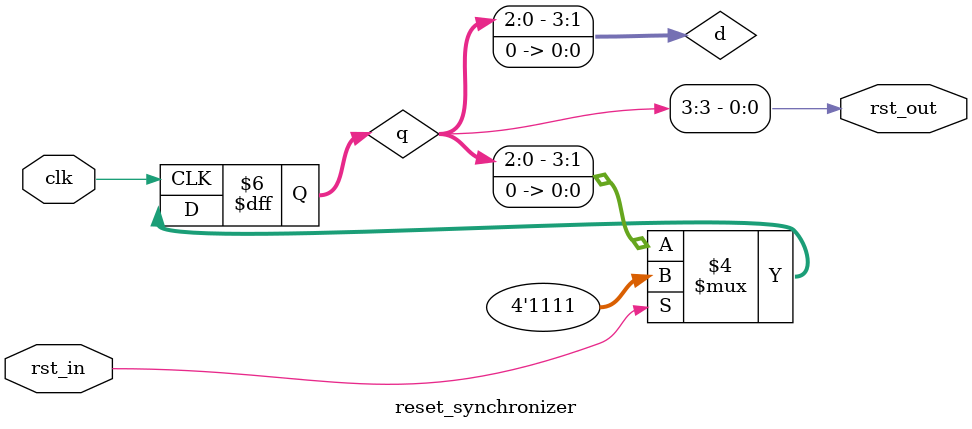
<source format=v>
/*
 * Simple reset synchronizer
 *
 * Copyright (C) 2022 Matt Liss
 * BSD-3-Clause
 */

module reset_synchronizer #(
    parameter DELAY = 4
    ) (
    input clk,
    input rst_in,
    output rst_out
    );

    wire [DELAY-1:0] d;
    reg  [DELAY-1:0] q = {DELAY{1'b1}};

    assign rst_out = q[DELAY-1];

    assign d = {q[DELAY-2:0], 1'b0};

    always @(posedge clk)
        if (rst_in)
            q <= #1 {DELAY{1'b1}};
        else
            q <= #1 d;

endmodule

</source>
